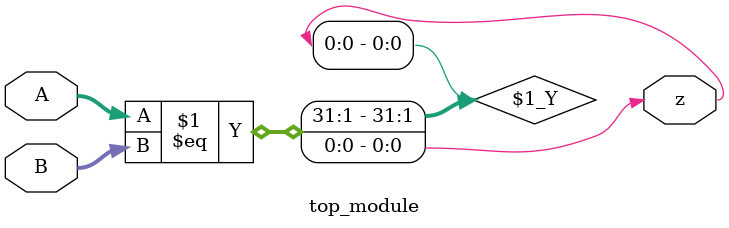
<source format=v>
module top_module ( input [1:0] A, input [1:0] B, output z ); 
    assign z=1?(A==B):0;

endmodule

</source>
